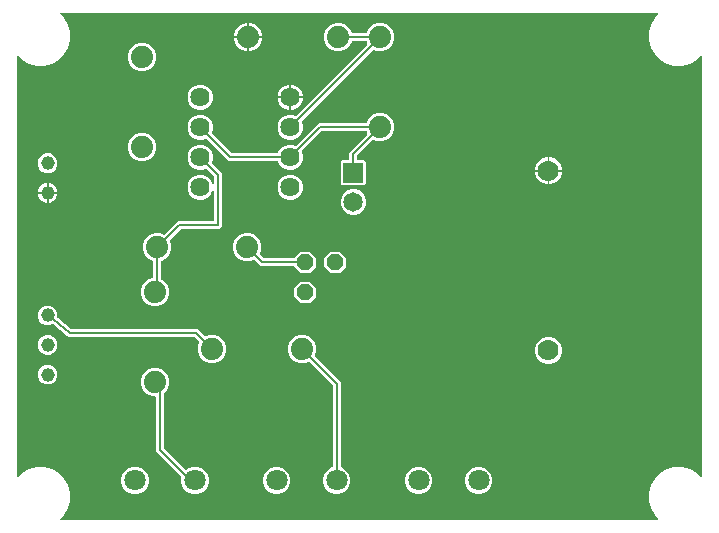
<source format=gbr>
G04 EAGLE Gerber RS-274X export*
G75*
%MOMM*%
%FSLAX34Y34*%
%LPD*%
%INTop Copper*%
%IPPOS*%
%AMOC8*
5,1,8,0,0,1.08239X$1,22.5*%
G01*
G04 Define Apertures*
%ADD10R,1.651000X1.651000*%
%ADD11C,1.651000*%
%ADD12C,1.625600*%
%ADD13C,1.148000*%
%ADD14P,1.42962X8X202.5*%
%ADD15C,1.879600*%
%ADD16C,1.778000*%
%ADD17C,1.800000*%
%ADD18C,0.152400*%
G36*
X552716Y10220D02*
X552966Y10392D01*
X553130Y10647D01*
X553180Y10946D01*
X553111Y11241D01*
X552958Y11461D01*
X549867Y14551D01*
X546555Y20289D01*
X544840Y26688D01*
X544840Y33312D01*
X546555Y39711D01*
X549867Y45449D01*
X554551Y50133D01*
X560289Y53445D01*
X566688Y55160D01*
X573312Y55160D01*
X579711Y53445D01*
X585449Y50133D01*
X588539Y47042D01*
X588792Y46875D01*
X589090Y46819D01*
X589386Y46884D01*
X589634Y47060D01*
X589793Y47318D01*
X589840Y47581D01*
X589840Y402419D01*
X589780Y402716D01*
X589608Y402966D01*
X589353Y403130D01*
X589054Y403180D01*
X588759Y403111D01*
X588539Y402958D01*
X585449Y399867D01*
X579711Y396555D01*
X573312Y394840D01*
X566688Y394840D01*
X560289Y396555D01*
X554551Y399867D01*
X549867Y404551D01*
X546555Y410289D01*
X544840Y416688D01*
X544840Y423312D01*
X546555Y429711D01*
X549867Y435449D01*
X552958Y438539D01*
X553125Y438792D01*
X553181Y439090D01*
X553116Y439386D01*
X552940Y439634D01*
X552682Y439793D01*
X552419Y439840D01*
X47581Y439840D01*
X47284Y439780D01*
X47034Y439608D01*
X46870Y439353D01*
X46820Y439054D01*
X46889Y438759D01*
X47042Y438539D01*
X50133Y435449D01*
X53445Y429711D01*
X55160Y423312D01*
X55160Y416688D01*
X53445Y410289D01*
X50133Y404551D01*
X45449Y399867D01*
X39711Y396555D01*
X33312Y394840D01*
X26688Y394840D01*
X20289Y396555D01*
X14551Y399867D01*
X11461Y402958D01*
X11208Y403125D01*
X10910Y403181D01*
X10614Y403116D01*
X10366Y402940D01*
X10207Y402682D01*
X10160Y402419D01*
X10160Y47581D01*
X10220Y47284D01*
X10392Y47034D01*
X10647Y46870D01*
X10946Y46820D01*
X11241Y46889D01*
X11461Y47042D01*
X14551Y50133D01*
X20289Y53445D01*
X26688Y55160D01*
X33312Y55160D01*
X39711Y53445D01*
X45449Y50133D01*
X50133Y45449D01*
X53445Y39711D01*
X55160Y33312D01*
X55160Y26688D01*
X53445Y20289D01*
X50133Y14551D01*
X47042Y11461D01*
X46875Y11208D01*
X46819Y10910D01*
X46884Y10614D01*
X47060Y10366D01*
X47318Y10207D01*
X47581Y10160D01*
X552419Y10160D01*
X552716Y10220D01*
G37*
%LPC*%
G36*
X239178Y332232D02*
X235257Y333856D01*
X232256Y336857D01*
X230632Y340778D01*
X230632Y345022D01*
X232256Y348943D01*
X235257Y351944D01*
X239178Y353568D01*
X243422Y353568D01*
X245693Y352628D01*
X245990Y352570D01*
X246287Y352632D01*
X246523Y352793D01*
X306635Y412905D01*
X306803Y413158D01*
X306858Y413456D01*
X306800Y413735D01*
X306141Y415328D01*
X305972Y415579D01*
X305717Y415745D01*
X305437Y415798D01*
X294163Y415798D01*
X293866Y415738D01*
X293616Y415566D01*
X293459Y415328D01*
X292221Y412338D01*
X288862Y408979D01*
X284475Y407162D01*
X279725Y407162D01*
X275338Y408979D01*
X271979Y412338D01*
X270162Y416725D01*
X270162Y421475D01*
X271979Y425862D01*
X275338Y429221D01*
X279725Y431038D01*
X284475Y431038D01*
X288862Y429221D01*
X292221Y425862D01*
X293459Y422872D01*
X293629Y422621D01*
X293883Y422455D01*
X294163Y422402D01*
X305437Y422402D01*
X305734Y422462D01*
X305984Y422634D01*
X306141Y422872D01*
X307379Y425862D01*
X310738Y429221D01*
X315125Y431038D01*
X319875Y431038D01*
X324262Y429221D01*
X327621Y425862D01*
X329438Y421475D01*
X329438Y416725D01*
X327621Y412338D01*
X324262Y408979D01*
X319875Y407162D01*
X315125Y407162D01*
X312135Y408400D01*
X311838Y408458D01*
X311541Y408396D01*
X311305Y408235D01*
X251193Y348123D01*
X251025Y347870D01*
X250970Y347572D01*
X251028Y347293D01*
X251968Y345022D01*
X251968Y340778D01*
X250344Y336857D01*
X247343Y333856D01*
X243422Y332232D01*
X239178Y332232D01*
G37*
G36*
X193962Y419862D02*
X193962Y421475D01*
X195779Y425862D01*
X199138Y429221D01*
X203525Y431038D01*
X205138Y431038D01*
X205138Y419862D01*
X193962Y419862D01*
G37*
G36*
X206662Y419862D02*
X206662Y431038D01*
X208275Y431038D01*
X212662Y429221D01*
X216021Y425862D01*
X217838Y421475D01*
X217838Y419862D01*
X206662Y419862D01*
G37*
G36*
X206662Y407162D02*
X206662Y418338D01*
X217838Y418338D01*
X217838Y416725D01*
X216021Y412338D01*
X212662Y408979D01*
X208275Y407162D01*
X206662Y407162D01*
G37*
G36*
X203525Y407162D02*
X199138Y408979D01*
X195779Y412338D01*
X193962Y416725D01*
X193962Y418338D01*
X205138Y418338D01*
X205138Y407162D01*
X203525Y407162D01*
G37*
G36*
X113325Y390562D02*
X108938Y392379D01*
X105579Y395738D01*
X103762Y400125D01*
X103762Y404875D01*
X105579Y409262D01*
X108938Y412621D01*
X113325Y414438D01*
X118075Y414438D01*
X122462Y412621D01*
X125821Y409262D01*
X127638Y404875D01*
X127638Y400125D01*
X125821Y395738D01*
X122462Y392379D01*
X118075Y390562D01*
X113325Y390562D01*
G37*
G36*
X230632Y369062D02*
X230632Y370422D01*
X232256Y374343D01*
X235257Y377344D01*
X239178Y378968D01*
X240538Y378968D01*
X240538Y369062D01*
X230632Y369062D01*
G37*
G36*
X162978Y357632D02*
X159057Y359256D01*
X156056Y362257D01*
X154432Y366178D01*
X154432Y370422D01*
X156056Y374343D01*
X159057Y377344D01*
X162978Y378968D01*
X167222Y378968D01*
X171143Y377344D01*
X174144Y374343D01*
X175768Y370422D01*
X175768Y366178D01*
X174144Y362257D01*
X171143Y359256D01*
X167222Y357632D01*
X162978Y357632D01*
G37*
G36*
X242062Y369062D02*
X242062Y378968D01*
X243422Y378968D01*
X247343Y377344D01*
X250344Y374343D01*
X251968Y370422D01*
X251968Y369062D01*
X242062Y369062D01*
G37*
G36*
X242062Y357632D02*
X242062Y367538D01*
X251968Y367538D01*
X251968Y366178D01*
X250344Y362257D01*
X247343Y359256D01*
X243422Y357632D01*
X242062Y357632D01*
G37*
G36*
X239178Y357632D02*
X235257Y359256D01*
X232256Y362257D01*
X230632Y366178D01*
X230632Y367538D01*
X240538Y367538D01*
X240538Y357632D01*
X239178Y357632D01*
G37*
G36*
X285493Y293805D02*
X284005Y295293D01*
X284005Y313907D01*
X285493Y315395D01*
X290736Y315395D01*
X291033Y315455D01*
X291283Y315627D01*
X291447Y315882D01*
X291498Y316157D01*
X291498Y321568D01*
X306635Y336705D01*
X306803Y336958D01*
X306858Y337256D01*
X306800Y337535D01*
X306141Y339128D01*
X305972Y339379D01*
X305717Y339545D01*
X305437Y339598D01*
X268383Y339598D01*
X268086Y339538D01*
X267845Y339375D01*
X251193Y322723D01*
X251025Y322470D01*
X250970Y322172D01*
X251028Y321893D01*
X251968Y319622D01*
X251968Y315378D01*
X250344Y311457D01*
X247343Y308456D01*
X243422Y306832D01*
X239178Y306832D01*
X235257Y308456D01*
X232256Y311457D01*
X231316Y313728D01*
X231146Y313979D01*
X230892Y314145D01*
X230612Y314198D01*
X189132Y314198D01*
X170323Y333007D01*
X170070Y333175D01*
X169772Y333230D01*
X169493Y333173D01*
X167222Y332232D01*
X162978Y332232D01*
X159057Y333856D01*
X156056Y336857D01*
X154432Y340778D01*
X154432Y345022D01*
X156056Y348943D01*
X159057Y351944D01*
X162978Y353568D01*
X167222Y353568D01*
X171143Y351944D01*
X174144Y348943D01*
X175768Y345022D01*
X175768Y340778D01*
X174828Y338507D01*
X174770Y338210D01*
X174832Y337913D01*
X174993Y337677D01*
X191645Y321025D01*
X191897Y320858D01*
X192183Y320802D01*
X230612Y320802D01*
X230909Y320862D01*
X231159Y321034D01*
X231316Y321272D01*
X232256Y323543D01*
X235257Y326544D01*
X239178Y328168D01*
X243422Y328168D01*
X245693Y327228D01*
X245990Y327170D01*
X246287Y327232D01*
X246523Y327393D01*
X265332Y346202D01*
X305437Y346202D01*
X305734Y346262D01*
X305984Y346434D01*
X306141Y346672D01*
X307379Y349662D01*
X310738Y353021D01*
X315125Y354838D01*
X319875Y354838D01*
X324262Y353021D01*
X327621Y349662D01*
X329438Y345275D01*
X329438Y340525D01*
X327621Y336138D01*
X324262Y332779D01*
X319875Y330962D01*
X315125Y330962D01*
X312135Y332200D01*
X311838Y332258D01*
X311541Y332196D01*
X311305Y332035D01*
X298325Y319055D01*
X298158Y318803D01*
X298102Y318517D01*
X298102Y316157D01*
X298162Y315860D01*
X298334Y315610D01*
X298589Y315446D01*
X298864Y315395D01*
X304107Y315395D01*
X305595Y313907D01*
X305595Y295293D01*
X304107Y293805D01*
X285493Y293805D01*
G37*
G36*
X113325Y314362D02*
X108938Y316179D01*
X105579Y319538D01*
X103762Y323925D01*
X103762Y328675D01*
X105579Y333062D01*
X108938Y336421D01*
X113325Y338238D01*
X118075Y338238D01*
X122462Y336421D01*
X125821Y333062D01*
X127638Y328675D01*
X127638Y323925D01*
X125821Y319538D01*
X122462Y316179D01*
X118075Y314362D01*
X113325Y314362D01*
G37*
G36*
X124625Y191262D02*
X120238Y193079D01*
X116879Y196438D01*
X115062Y200825D01*
X115062Y205575D01*
X116879Y209962D01*
X120238Y213321D01*
X124625Y215138D01*
X124836Y215138D01*
X125133Y215198D01*
X125383Y215370D01*
X125547Y215625D01*
X125598Y215900D01*
X125598Y229237D01*
X125538Y229534D01*
X125366Y229784D01*
X125128Y229941D01*
X122138Y231179D01*
X118779Y234538D01*
X116962Y238925D01*
X116962Y243675D01*
X118779Y248062D01*
X122138Y251421D01*
X126525Y253238D01*
X131275Y253238D01*
X134265Y252000D01*
X134562Y251942D01*
X134859Y252004D01*
X135095Y252165D01*
X146232Y263302D01*
X175936Y263302D01*
X176233Y263362D01*
X176483Y263534D01*
X176647Y263789D01*
X176698Y264064D01*
X176698Y288392D01*
X176638Y288690D01*
X176466Y288940D01*
X176211Y289103D01*
X175912Y289154D01*
X175617Y289084D01*
X175372Y288905D01*
X175232Y288684D01*
X174144Y286057D01*
X171143Y283056D01*
X167222Y281432D01*
X162978Y281432D01*
X159057Y283056D01*
X156056Y286057D01*
X154432Y289978D01*
X154432Y294222D01*
X156056Y298143D01*
X159057Y301144D01*
X162978Y302768D01*
X167222Y302768D01*
X171143Y301144D01*
X174144Y298143D01*
X175232Y295516D01*
X175402Y295265D01*
X175656Y295099D01*
X175954Y295046D01*
X176250Y295113D01*
X176496Y295291D01*
X176653Y295550D01*
X176698Y295808D01*
X176698Y300917D01*
X176638Y301214D01*
X176475Y301455D01*
X170323Y307607D01*
X170070Y307775D01*
X169772Y307830D01*
X169493Y307773D01*
X167222Y306832D01*
X162978Y306832D01*
X159057Y308456D01*
X156056Y311457D01*
X154432Y315378D01*
X154432Y319622D01*
X156056Y323543D01*
X159057Y326544D01*
X162978Y328168D01*
X167222Y328168D01*
X171143Y326544D01*
X174144Y323543D01*
X175768Y319622D01*
X175768Y315378D01*
X174828Y313107D01*
X174770Y312810D01*
X174832Y312513D01*
X174993Y312277D01*
X183302Y303968D01*
X183302Y258632D01*
X181368Y256698D01*
X149283Y256698D01*
X148986Y256638D01*
X148745Y256475D01*
X139765Y247495D01*
X139597Y247242D01*
X139542Y246944D01*
X139600Y246665D01*
X140838Y243675D01*
X140838Y238925D01*
X139021Y234538D01*
X135662Y231179D01*
X132672Y229941D01*
X132421Y229772D01*
X132255Y229517D01*
X132202Y229237D01*
X132202Y214476D01*
X132262Y214179D01*
X132434Y213929D01*
X132672Y213772D01*
X133762Y213321D01*
X137121Y209962D01*
X138938Y205575D01*
X138938Y200825D01*
X137121Y196438D01*
X133762Y193079D01*
X129375Y191262D01*
X124625Y191262D01*
G37*
G36*
X34353Y304220D02*
X31310Y305481D01*
X28981Y307810D01*
X27720Y310853D01*
X27720Y314147D01*
X28981Y317190D01*
X31310Y319519D01*
X34353Y320780D01*
X37647Y320780D01*
X40690Y319519D01*
X43019Y317190D01*
X44280Y314147D01*
X44280Y310853D01*
X43019Y307810D01*
X40690Y305481D01*
X37647Y304220D01*
X34353Y304220D01*
G37*
G36*
X448570Y306762D02*
X448570Y308274D01*
X450310Y312475D01*
X453525Y315690D01*
X457726Y317430D01*
X459238Y317430D01*
X459238Y306762D01*
X448570Y306762D01*
G37*
G36*
X460762Y306762D02*
X460762Y317430D01*
X462274Y317430D01*
X466475Y315690D01*
X469690Y312475D01*
X471430Y308274D01*
X471430Y306762D01*
X460762Y306762D01*
G37*
G36*
X460762Y294570D02*
X460762Y305238D01*
X471430Y305238D01*
X471430Y303726D01*
X469690Y299525D01*
X466475Y296310D01*
X462274Y294570D01*
X460762Y294570D01*
G37*
G36*
X457726Y294570D02*
X453525Y296310D01*
X450310Y299525D01*
X448570Y303726D01*
X448570Y305238D01*
X459238Y305238D01*
X459238Y294570D01*
X457726Y294570D01*
G37*
G36*
X239178Y281432D02*
X235257Y283056D01*
X232256Y286057D01*
X230632Y289978D01*
X230632Y294222D01*
X232256Y298143D01*
X235257Y301144D01*
X239178Y302768D01*
X243422Y302768D01*
X247343Y301144D01*
X250344Y298143D01*
X251968Y294222D01*
X251968Y289978D01*
X250344Y286057D01*
X247343Y283056D01*
X243422Y281432D01*
X239178Y281432D01*
G37*
G36*
X27720Y288262D02*
X27720Y289147D01*
X28981Y292190D01*
X31310Y294519D01*
X34353Y295780D01*
X35238Y295780D01*
X35238Y288262D01*
X27720Y288262D01*
G37*
G36*
X36762Y288262D02*
X36762Y295780D01*
X37647Y295780D01*
X40690Y294519D01*
X43019Y292190D01*
X44280Y289147D01*
X44280Y288262D01*
X36762Y288262D01*
G37*
G36*
X292653Y268805D02*
X288685Y270448D01*
X285648Y273485D01*
X284005Y277453D01*
X284005Y281747D01*
X285648Y285715D01*
X288685Y288752D01*
X292653Y290395D01*
X296947Y290395D01*
X300915Y288752D01*
X303952Y285715D01*
X305595Y281747D01*
X305595Y277453D01*
X303952Y273485D01*
X300915Y270448D01*
X296947Y268805D01*
X292653Y268805D01*
G37*
G36*
X36762Y279220D02*
X36762Y286738D01*
X44280Y286738D01*
X44280Y285853D01*
X43019Y282810D01*
X40690Y280481D01*
X37647Y279220D01*
X36762Y279220D01*
G37*
G36*
X34353Y279220D02*
X31310Y280481D01*
X28981Y282810D01*
X27720Y285853D01*
X27720Y286738D01*
X35238Y286738D01*
X35238Y279220D01*
X34353Y279220D01*
G37*
G36*
X250212Y219456D02*
X244709Y224959D01*
X244624Y225083D01*
X244369Y225247D01*
X244094Y225298D01*
X216432Y225298D01*
X211295Y230435D01*
X211042Y230603D01*
X210744Y230658D01*
X210465Y230600D01*
X207475Y229362D01*
X202725Y229362D01*
X198338Y231179D01*
X194979Y234538D01*
X193162Y238925D01*
X193162Y243675D01*
X194979Y248062D01*
X198338Y251421D01*
X202725Y253238D01*
X207475Y253238D01*
X211862Y251421D01*
X215221Y248062D01*
X217038Y243675D01*
X217038Y238925D01*
X215800Y235935D01*
X215742Y235638D01*
X215804Y235341D01*
X215965Y235105D01*
X218945Y232125D01*
X219197Y231958D01*
X219483Y231902D01*
X244094Y231902D01*
X244391Y231962D01*
X244641Y232134D01*
X244711Y232242D01*
X250212Y237744D01*
X257788Y237744D01*
X263144Y232388D01*
X263144Y224812D01*
X257788Y219456D01*
X250212Y219456D01*
G37*
G36*
X275612Y219456D02*
X270256Y224812D01*
X270256Y232388D01*
X275612Y237744D01*
X283188Y237744D01*
X288544Y232388D01*
X288544Y224812D01*
X283188Y219456D01*
X275612Y219456D01*
G37*
G36*
X250212Y194056D02*
X244856Y199412D01*
X244856Y206988D01*
X250212Y212344D01*
X257788Y212344D01*
X263144Y206988D01*
X263144Y199412D01*
X257788Y194056D01*
X250212Y194056D01*
G37*
G36*
X172725Y143162D02*
X168338Y144979D01*
X164979Y148338D01*
X163162Y152725D01*
X163162Y157475D01*
X164400Y160465D01*
X164458Y160762D01*
X164396Y161059D01*
X164235Y161295D01*
X160455Y165075D01*
X160203Y165242D01*
X159917Y165298D01*
X55238Y165298D01*
X55149Y165293D01*
X54012Y165159D01*
X53791Y165271D01*
X53639Y165291D01*
X52834Y166097D01*
X52767Y166156D01*
X40301Y175997D01*
X40031Y176134D01*
X39728Y176154D01*
X39538Y176103D01*
X37647Y175320D01*
X34353Y175320D01*
X31310Y176581D01*
X28981Y178910D01*
X27720Y181953D01*
X27720Y185247D01*
X28981Y188290D01*
X31310Y190619D01*
X34353Y191880D01*
X37647Y191880D01*
X40690Y190619D01*
X43019Y188290D01*
X44280Y185247D01*
X44280Y181933D01*
X44229Y181673D01*
X44292Y181377D01*
X44519Y181081D01*
X55939Y172066D01*
X56209Y171929D01*
X56411Y171902D01*
X162968Y171902D01*
X168905Y165965D01*
X169158Y165797D01*
X169456Y165742D01*
X169735Y165800D01*
X172725Y167038D01*
X177475Y167038D01*
X181862Y165221D01*
X185221Y161862D01*
X187038Y157475D01*
X187038Y152725D01*
X185221Y148338D01*
X181862Y144979D01*
X177475Y143162D01*
X172725Y143162D01*
G37*
G36*
X278505Y32460D02*
X274263Y34217D01*
X271017Y37463D01*
X269260Y41705D01*
X269260Y46295D01*
X271017Y50537D01*
X274263Y53783D01*
X277028Y54928D01*
X277279Y55098D01*
X277445Y55352D01*
X277498Y55632D01*
X277498Y123917D01*
X277438Y124214D01*
X277275Y124455D01*
X257495Y144235D01*
X257242Y144403D01*
X256944Y144458D01*
X256665Y144400D01*
X253675Y143162D01*
X248925Y143162D01*
X244538Y144979D01*
X241179Y148338D01*
X239362Y152725D01*
X239362Y157475D01*
X241179Y161862D01*
X244538Y165221D01*
X248925Y167038D01*
X253675Y167038D01*
X258062Y165221D01*
X261421Y161862D01*
X263238Y157475D01*
X263238Y152725D01*
X262000Y149735D01*
X261942Y149438D01*
X262004Y149141D01*
X262165Y148905D01*
X284102Y126968D01*
X284102Y55632D01*
X284162Y55335D01*
X284334Y55085D01*
X284572Y54928D01*
X287337Y53783D01*
X290583Y50537D01*
X292340Y46295D01*
X292340Y41705D01*
X290583Y37463D01*
X287337Y34217D01*
X283095Y32460D01*
X278505Y32460D01*
G37*
G36*
X34353Y150320D02*
X31310Y151581D01*
X28981Y153910D01*
X27720Y156953D01*
X27720Y160247D01*
X28981Y163290D01*
X31310Y165619D01*
X34353Y166880D01*
X37647Y166880D01*
X40690Y165619D01*
X43019Y163290D01*
X44280Y160247D01*
X44280Y156953D01*
X43019Y153910D01*
X40690Y151581D01*
X37647Y150320D01*
X34353Y150320D01*
G37*
G36*
X457726Y142570D02*
X453525Y144310D01*
X450310Y147525D01*
X448570Y151726D01*
X448570Y156274D01*
X450310Y160475D01*
X453525Y163690D01*
X457726Y165430D01*
X462274Y165430D01*
X466475Y163690D01*
X469690Y160475D01*
X471430Y156274D01*
X471430Y151726D01*
X469690Y147525D01*
X466475Y144310D01*
X462274Y142570D01*
X457726Y142570D01*
G37*
G36*
X34353Y125320D02*
X31310Y126581D01*
X28981Y128910D01*
X27720Y131953D01*
X27720Y135247D01*
X28981Y138290D01*
X31310Y140619D01*
X34353Y141880D01*
X37647Y141880D01*
X40690Y140619D01*
X43019Y138290D01*
X44280Y135247D01*
X44280Y131953D01*
X43019Y128910D01*
X40690Y126581D01*
X37647Y125320D01*
X34353Y125320D01*
G37*
G36*
X158505Y32460D02*
X154263Y34217D01*
X151017Y37463D01*
X149260Y41705D01*
X149260Y46368D01*
X149291Y46529D01*
X149229Y46826D01*
X149068Y47062D01*
X127498Y68632D01*
X127498Y114300D01*
X127438Y114597D01*
X127266Y114847D01*
X127011Y115011D01*
X126736Y115062D01*
X124625Y115062D01*
X120238Y116879D01*
X116879Y120238D01*
X115062Y124625D01*
X115062Y129375D01*
X116879Y133762D01*
X120238Y137121D01*
X124625Y138938D01*
X129375Y138938D01*
X133762Y137121D01*
X137121Y133762D01*
X138938Y129375D01*
X138938Y124625D01*
X137121Y120238D01*
X134325Y117442D01*
X134158Y117189D01*
X134102Y116904D01*
X134102Y71683D01*
X134162Y71386D01*
X134325Y71145D01*
X152436Y53034D01*
X152689Y52866D01*
X152987Y52811D01*
X153283Y52876D01*
X153514Y53034D01*
X154263Y53783D01*
X158505Y55540D01*
X163095Y55540D01*
X167337Y53783D01*
X170583Y50537D01*
X172340Y46295D01*
X172340Y41705D01*
X170583Y37463D01*
X167337Y34217D01*
X163095Y32460D01*
X158505Y32460D01*
G37*
G36*
X398505Y32460D02*
X394263Y34217D01*
X391017Y37463D01*
X389260Y41705D01*
X389260Y46295D01*
X391017Y50537D01*
X394263Y53783D01*
X398505Y55540D01*
X403095Y55540D01*
X407337Y53783D01*
X410583Y50537D01*
X412340Y46295D01*
X412340Y41705D01*
X410583Y37463D01*
X407337Y34217D01*
X403095Y32460D01*
X398505Y32460D01*
G37*
G36*
X347705Y32460D02*
X343463Y34217D01*
X340217Y37463D01*
X338460Y41705D01*
X338460Y46295D01*
X340217Y50537D01*
X343463Y53783D01*
X347705Y55540D01*
X352295Y55540D01*
X356537Y53783D01*
X359783Y50537D01*
X361540Y46295D01*
X361540Y41705D01*
X359783Y37463D01*
X356537Y34217D01*
X352295Y32460D01*
X347705Y32460D01*
G37*
G36*
X107705Y32460D02*
X103463Y34217D01*
X100217Y37463D01*
X98460Y41705D01*
X98460Y46295D01*
X100217Y50537D01*
X103463Y53783D01*
X107705Y55540D01*
X112295Y55540D01*
X116537Y53783D01*
X119783Y50537D01*
X121540Y46295D01*
X121540Y41705D01*
X119783Y37463D01*
X116537Y34217D01*
X112295Y32460D01*
X107705Y32460D01*
G37*
G36*
X227705Y32460D02*
X223463Y34217D01*
X220217Y37463D01*
X218460Y41705D01*
X218460Y46295D01*
X220217Y50537D01*
X223463Y53783D01*
X227705Y55540D01*
X232295Y55540D01*
X236537Y53783D01*
X239783Y50537D01*
X241540Y46295D01*
X241540Y41705D01*
X239783Y37463D01*
X236537Y34217D01*
X232295Y32460D01*
X227705Y32460D01*
G37*
%LPD*%
D10*
X294800Y304600D03*
D11*
X294800Y279600D03*
D12*
X165100Y368300D03*
X165100Y342900D03*
X241300Y342900D03*
X241300Y368300D03*
X165100Y317500D03*
X165100Y292100D03*
X241300Y317500D03*
X241300Y292100D03*
D13*
X36000Y133600D03*
X36000Y158600D03*
X36000Y183600D03*
X36000Y312500D03*
X36000Y287500D03*
D14*
X279400Y228600D03*
X254000Y228600D03*
X254000Y203200D03*
D15*
X205900Y419100D03*
X282100Y419100D03*
X317500Y342900D03*
X317500Y419100D03*
X115700Y402500D03*
X115700Y326300D03*
X127000Y203200D03*
X127000Y127000D03*
X128900Y241300D03*
X205100Y241300D03*
X175100Y155100D03*
X251300Y155100D03*
D16*
X460000Y306000D03*
X460000Y154000D03*
D17*
X110000Y44000D03*
X160800Y44000D03*
X230000Y44000D03*
X280800Y44000D03*
X350000Y44000D03*
X400800Y44000D03*
D18*
X241300Y342900D02*
X317500Y419100D01*
X282100Y419100D01*
X317500Y342900D02*
X294800Y320200D01*
X294800Y304600D01*
X317500Y342900D02*
X266700Y342900D01*
X241300Y317500D01*
X190500Y317500D01*
X165100Y342900D01*
X217800Y228600D02*
X254000Y228600D01*
X217800Y228600D02*
X205100Y241300D01*
X128900Y241300D02*
X128900Y205100D01*
X127000Y203200D01*
X128900Y241300D02*
X147600Y260000D01*
X180000Y260000D01*
X180000Y302600D01*
X165100Y317500D01*
X127000Y127000D02*
X130800Y123200D01*
X130800Y70000D01*
X156800Y44000D01*
X160800Y44000D01*
X250000Y153800D02*
X251300Y155100D01*
X280800Y125600D02*
X280800Y44000D01*
X280800Y125600D02*
X251300Y155100D01*
X55000Y168600D02*
X36000Y183600D01*
X55000Y168600D02*
X161600Y168600D01*
X175100Y155100D01*
M02*

</source>
